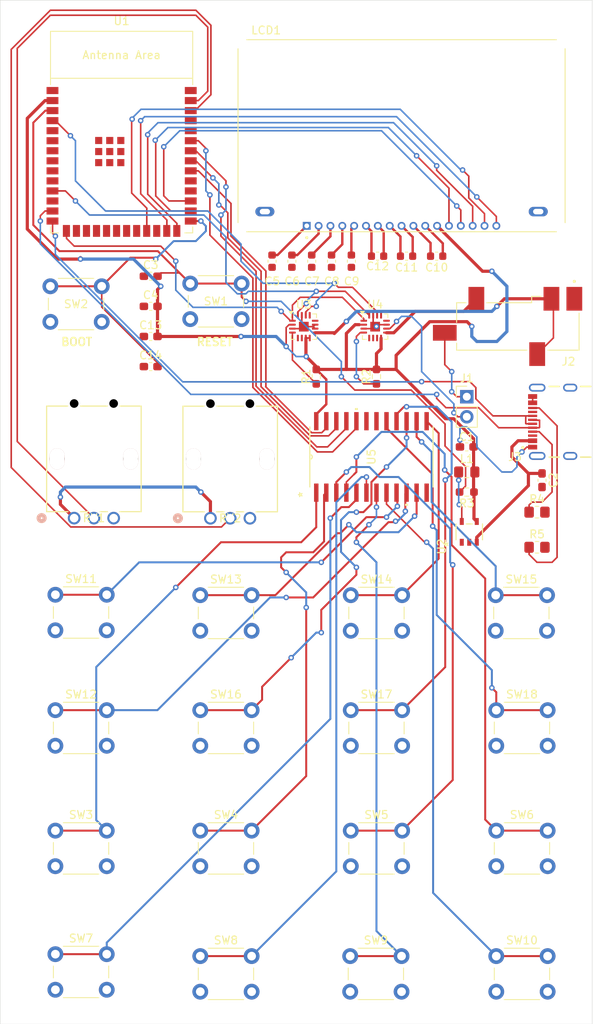
<source format=kicad_pcb>
(kicad_pcb (version 20240108) (generator "pcbnew") (generator_version "8.0")
  (layers (0 "F.Cu" signal) (31 "B.Cu" signal) (34 "B.Paste" user) (35 "F.Paste" user) (36 "B.SilkS" user "B.Silkscreen") (37 "F.SilkS" user "F.Silkscreen") (38 "B.Mask" user) (39 "F.Mask" user) (44 "Edge.Cuts" user))
  (net 0 "")
  (net 1 "GND")
  (net 2 "+3V3")
  (net 3 "+5V")
  (net 4 "Net-(U1-EN)")
  (net 5 "Net-(LCD1-V0)")
  (net 6 "Net-(LCD1-V1)")
  (net 7 "Net-(LCD1-V2)")
  (net 8 "Net-(LCD1-V3)")
  (net 9 "Net-(LCD1-V4)")
  (net 10 "Net-(LCD1-VOUT)")
  (net 11 "Net-(LCD1-C1+)")
  (net 12 "Net-(LCD1-C1-)")
  (net 13 "Net-(LCD1-C2+)")
  (net 14 "Net-(LCD1-C2-)")
  (net 15 "Net-(U1-GPIO0)")
  (net 16 "Net-(J1-Pin_2)")
  (net 17 "Net-(J1-Pin_1)")
  (net 18 "Net-(U3-OUTP)")
  (net 19 "Net-(U4-OUTP)")
  (net 21 "Net-(J3-CC1)")
  (net 22 "/USB.D+")
  (net 23 "/USB.D-")
  (net 24 "Net-(J3-CC2)")
  (net 26 "Net-(U2-LX)")
  (net 27 "/LCD.RST")
  (net 30 "/LCD.CS1")
  (net 31 "/LCD.SI")
  (net 32 "/LCD.SCL")
  (net 33 "Net-(U3-~{SD_MODE})")
  (net 34 "Net-(U4-~{SD_MODE})")
  (net 35 "/RV1")
  (net 36 "/3V3")
  (net 37 "/RV2")
  (net 38 "/S1")
  (net 39 "/S2")
  (net 40 "/S3")
  (net 41 "/S4")
  (net 42 "/S5")
  (net 43 "/S6")
  (net 44 "/S7")
  (net 45 "/S8")
  (net 46 "/S9")
  (net 47 "/S10")
  (net 48 "/S11")
  (net 49 "/S12")
  (net 50 "/S13")
  (net 51 "/S14")
  (net 52 "/S15")
  (net 53 "/S16")
  (net 58 "/BTND2")
  (net 61 "/LCD.A0")
  (net 64 "/AUDIO.LRCLK")
  (net 68 "/BTND0")
  (net 76 "/AUDIO.DIN")
  (net 77 "/BTND3")
  (net 78 "/AUDIO.BCLK")
  (net 79 "/BTND1")
  (footprint "Button_Switch_THT:SW_PUSH_6mm_H5mm" (layer "F.Cu") (at 189.79 119.035)
    (property "Reference" "SW17")
    (property "Value" "SW_Push")
  )
  (footprint "Button_Switch_THT:SW_PUSH_6mm_H5mm" (layer "F.Cu") (at 189.715 150.15)
    (property "Reference" "SW9")
    (property "Value" "SW_Push")
  )
  (footprint "SC189ZSKTRT:SOT23-5-SC189_SEM" (layer "F.Cu") (at 204.785001 96.47555 90)
    (property "Reference" "U2")
    (property "Value" "SC189ZSKTRT")
  )
  (footprint "Inductor_SMD:L_0805_2012Metric_Pad1.15x1.40mm_HandSolder" (layer "F.Cu") (at 204.47 88.9)
    (property "Reference" "L1")
    (property "Value" "1µH")
  )
  (footprint "Capacitor_SMD:C_0603_1608Metric" (layer "F.Cu") (at 189.865 62.23 90)
    (property "Reference" "C9")
    (property "Value" "1µF")
  )
  (footprint "Resistor_SMD:R_0805_2012Metric_Pad1.20x1.40mm_HandSolder" (layer "F.Cu") (at 213.36 98.425)
    (property "Reference" "R5")
    (property "Value" "5.1k")
  )
  (footprint "DISPLAY-NHD_C12832A1Z_FSW_FBW_3V3:LCD_NHD-C12832A1Z-FSW-FBW-3V3" (layer "F.Cu") (at 196.215 46.355)
    (property "Reference" "LCD1")
    (property "Value" "NHD-C12832A1Z-FSW-FBW-3V3")
  )
  (footprint "Capacitor_SMD:C_0603_1608Metric_Pad1.08x0.95mm_HandSolder" (layer "F.Cu") (at 164.465 64.135)
    (property "Reference" "C3")
    (property "Value" ".1µF")
  )
  (footprint "POT_PRS11R-415F-S103B1:POT_PRS11R-4-S_BRN" (layer "F.Cu") (at 154.775001 94.7363)
    (property "Reference" "RV1")
    (property "Value" "R_Potentiometer")
    (fp_line (start -2.149998 -7.1063) (end -2.149998 -7.8937) (stroke (width 1.905)) (layer "Edge.Cuts"))
    (fp_line (start 7.149999 -7.1063) (end 7.149999 -7.8937) (stroke (width 1.905)) (layer "Edge.Cuts"))
  )
  (footprint "Capacitor_SMD:C_0603_1608Metric_Pad1.08x0.95mm_HandSolder" (layer "F.Cu") (at 164.465 67.945)
    (property "Reference" "C4")
    (property "Value" "1µF")
  )
  (footprint "Button_Switch_THT:SW_PUSH_6mm_H5mm" (layer "F.Cu") (at 152.4 119.035)
    (property "Reference" "SW12")
    (property "Value" "SW_Push")
  )
  (footprint "Connector_PinHeader_2.54mm:PinHeader_1x02_P2.54mm_Vertical" (layer "F.Cu") (at 204.47 79.375)
    (property "Reference" "J1")
    (property "Value" "Conn_01x02")
  )
  (footprint "Capacitor_SMD:C_0603_1608Metric_Pad1.08x0.95mm_HandSolder" (layer "F.Cu") (at 204.47 85.725 180)
    (property "Reference" "C1")
    (property "Value" "22µF")
  )
  (footprint "Capacitor_SMD:C_0603_1608Metric" (layer "F.Cu") (at 187.355 62.23 90)
    (property "Reference" "C8")
    (property "Value" "1µF")
  )
  (footprint "Button_Switch_THT:SW_PUSH_6mm_H5mm" (layer "F.Cu") (at 189.79 134.275)
    (property "Reference" "SW5")
    (property "Value" "SW_Push")
  )
  (footprint "Capacitor_SMD:C_0603_1608Metric_Pad1.08x0.95mm_HandSolder" (layer "F.Cu") (at 164.465 75.565)
    (property "Reference" "C14")
    (property "Value" ".1µF")
  )
  (footprint "Capacitor_SMD:C_0603_1608Metric_Pad1.08x0.95mm_HandSolder" (layer "F.Cu") (at 213.995 89.9425 -90)
    (property "Reference" "C2")
    (property "Value" "10µF")
  )
  (footprint "Button_Switch_THT:SW_PUSH_6mm_H5mm" (layer "F.Cu") (at 189.79 104.485)
    (property "Reference" "SW14")
    (property "Value" "SW_Push")
  )
  (footprint "Package_DFN_QFN:TQFN-16-1EP_3x3mm_P0.5mm_EP1.23x1.23mm" (layer "F.Cu") (at 183.84 70.5125)
    (property "Reference" "U3")
    (property "Value" "MAX98357A")
  )
  (footprint "Button_Switch_THT:SW_PUSH_6mm_H5mm" (layer "F.Cu") (at 152.4 134.275)
    (property "Reference" "SW3")
    (property "Value" "SW_Push")
  )
  (footprint "Button_Switch_THT:SW_PUSH_6mm_H5mm" (layer "F.Cu") (at 151.765 65.405)
    (property "Reference" "SW2")
    (property "Value" "Boot")
  )
  (footprint "Resistor_SMD:R_0603_1608Metric_Pad0.98x0.95mm_HandSolder" (layer "F.Cu") (at 204.47 91.44 180)
    (property "Reference" "R3")
    (property "Value" "10k")
  )
  (footprint "Button_Switch_THT:SW_PUSH_6mm_H5mm" (layer "F.Cu") (at 170.74 104.485)
    (property "Reference" "SW13")
    (property "Value" "SW_Push")
  )
  (footprint "Button_Switch_THT:SW_PUSH_6mm_H5mm" (layer "F.Cu") (at 208.205 119.035)
    (property "Reference" "SW18")
    (property "Value" "SW_Push")
  )
  (footprint "PCM_Espressif:ESP32-S2-SOLO" (layer "F.Cu") (at 160.782 48.9)
    (property "Reference" "U1")
    (property "Value" "ESP32-S2-SOLO")
  )
  (footprint "JACK-3.5mm_SJ_43515TS_SMT_TR:CUI_SJ-43515TS-SMT-TR" (layer "F.Cu") (at 218.085 66.985 180)
    (property "Reference" "J2")
    (property "Value" "SJ-43515TS-SMT-TR")
  )
  (footprint "Button_Switch_THT:SW_PUSH_6mm_H5mm" (layer "F.Cu") (at 152.4 149.905)
    (property "Reference" "SW7")
    (property "Value" "SW_Push")
  )
  (footprint "Capacitor_SMD:C_0603_1608Metric" (layer "F.Cu") (at 179.825 62.23 90)
    (property "Reference" "C5")
    (property "Value" "1µF")
  )
  (footprint "Button_Switch_THT:SW_PUSH_6mm_H5mm" (layer "F.Cu") (at 170.74 150.15)
    (property "Reference" "SW8")
    (property "Value" "SW_Push")
  )
  (footprint "Resistor_SMD:R_0603_1608Metric_Pad0.98x0.95mm_HandSolder" (layer "F.Cu") (at 185.42 76.835 -90)
    (property "Reference" "R1")
    (property "Value" "634k")
  )
  (footprint "Capacitor_SMD:C_0603_1608Metric" (layer "F.Cu") (at 184.845 62.23 90)
    (property "Reference" "C7")
    (property "Value" "1µF")
  )
  (footprint "Button_Switch_THT:SW_PUSH_6mm_H5mm" (layer "F.Cu") (at 175.97 69.56 180)
    (property "Reference" "SW1")
    (property "Value" "Reset")
  )
  (footprint "Button_Switch_THT:SW_PUSH_6mm_H5mm" (layer "F.Cu") (at 170.74 119.035)
    (property "Reference" "SW16")
    (property "Value" "SW_Push")
  )
  (footprint "USB4105-GF-A:GCT_USB4105-GF-A" (layer "F.Cu") (at 217.5625 82.55 90)
    (property "Reference" "J3")
    (property "Value" "USB_C_Receptacle_USB2.0_16P")
  )
  (footprint "Button_Switch_THT:SW_PUSH_6mm_H5mm" (layer "F.Cu") (at 208.205 150.15)
    (property "Reference" "SW10")
    (property "Value" "SW_Push")
  )
  (footprint "Resistor_SMD:R_0603_1608Metric_Pad0.98x0.95mm_HandSolder" (layer "F.Cu") (at 193.04 76.835 -90)
    (property "Reference" "R2")
    (property "Value" "634k")
  )
  (footprint "Capacitor_SMD:C_0603_1608Metric" (layer "F.Cu") (at 193.18 61.595)
    (property "Reference" "C12")
    (property "Value" "1µF")
  )
  (footprint "Button_Switch_THT:SW_PUSH_6mm_H5mm" (layer "F.Cu") (at 208.13 104.485)
    (property "Reference" "SW15")
    (property "Value" "SW_Push")
  )
  (footprint "Capacitor_SMD:C_0603_1608Metric" (layer "F.Cu") (at 196.85 61.595 180)
    (property "Reference" "C11")
    (property "Value" "1µF")
  )
  (footprint "Capacitor_SMD:C_0603_1608Metric_Pad1.08x0.95mm_HandSolder" (layer "F.Cu") (at 164.465 71.755)
    (property "Reference" "C13")
    (property "Value" ".1µF")
  )
  (footprint "MUX_CD74HC154M96:DW24" (layer "F.Cu") (at 192.405 86.995 90)
    (property "Reference" "U5")
    (property "Value" "CD74HC154M96")
  )
  (footprint "Capacitor_SMD:C_0603_1608Metric" (layer "F.Cu") (at 200.66 61.595 180)
    (property "Reference" "C10")
    (property "Value" "1µF")
  )
  (footprint "Button_Switch_THT:SW_PUSH_6mm_H5mm" (layer "F.Cu") (at 208.205 134.275)
    (property "Reference" "SW6")
    (property "Value" "SW_Push")
  )
  (footprint "Resistor_SMD:R_0805_2012Metric_Pad1.20x1.40mm_HandSolder" (layer "F.Cu") (at 213.36 93.98)
    (property "Reference" "R4")
    (property "Value" "5.1k")
  )
  (footprint "Button_Switch_THT:SW_PUSH_6mm_H5mm" (layer "F.Cu") (at 170.74 134.275)
    (property "Reference" "SW4")
    (property "Value" "SW_Push")
  )
  (footprint "Button_Switch_THT:SW_PUSH_6mm_H5mm" (layer "F.Cu") (at 152.4 104.43)
    (property "Reference" "SW11")
    (property "Value" "SW_Push")
  )
  (footprint "Package_DFN_QFN:TQFN-16-1EP_3x3mm_P0.5mm_EP1.23x1.23mm" (layer "F.Cu") (at 192.8725 70.5125)
    (property "Reference" "U4")
    (property "Value" "MAX98357A")
  )
  (footprint "POT_PRS11R-415F-S103B1:POT_PRS11R-4-S_BRN" (layer "F.Cu") (at 172.0234 94.753049)
    (property "Reference" "RV2")
    (property "Value" "R_Potentiometer")
    (fp_line (start -2.149998 -7.1063) (end -2.149998 -7.8937) (stroke (width 1.905)) (layer "Edge.Cuts"))
    (fp_line (start 7.149999 -7.1063) (end 7.149999 -7.8937) (stroke (width 1.905)) (layer "Edge.Cuts"))
  )
  (footprint "Capacitor_SMD:C_0603_1608Metric" (layer "F.Cu") (at 182.335 62.23 90)
    (property "Reference" "C6")
    (property "Value" "1µF")
  )
  (gr_line (start 220.345 158.75) (end 145.415 158.75) (stroke (width 0.05)) (layer "Edge.Cuts"))
  (gr_line (start 145.415 158.75) (end 145.415 29.21) (stroke (width 0.05)) (layer "Edge.Cuts"))
  (gr_line (start 145.415 29.21) (end 220.345 29.21) (stroke (width 0.05)) (layer "Edge.Cuts"))
  (gr_line (start 220.345 29.21) (end 220.345 158.75) (stroke (width 0.05)) (layer "Edge.Cuts"))
  (segment (start 212.8075 80.15) (end 212.8075 79.35) (width 0.2) (layer "F.Cu") (net 0))
  (segment (start 183.59 70.2625) (end 183.59 69.075) (width 0.2) (layer "F.Cu") (net 1))
  (segment (start 192.9 70.485) (end 192.8725 70.5125) (width 0.2) (layer "F.Cu") (net 1))
  (segment (start 191.435 70.7625) (end 192.6225 70.7625) (width 0.2) (layer "F.Cu") (net 1))
  (segment (start 192.6225 70.2625) (end 192.8725 70.5125) (width 0.2) (layer "F.Cu") (net 1))
  (segment (start 212.065 85.75) (end 211.455 86.36) (width 0.2) (layer "F.Cu") (net 1))
  (segment (start 194.31 70.2625) (end 193.1225 70.2625) (width 0.2) (layer "F.Cu") (net 1))
  (segment (start 201.435 59.975) (end 199.215 57.755) (width 0.3) (layer "F.Cu") (net 1))
  (segment (start 193.04 70.485) (end 192.9 70.485) (width 0.2) (layer "F.Cu") (net 1))
  (segment (start 192.6225 70.7625) (end 192.8725 70.5125) (width 0.2) (layer "F.Cu") (net 1))
  (segment (start 193.04 70.345) (end 193.04 70.485) (width 0.2) (layer "F.Cu") (net 1))
  (segment (start 183.84 70.5125) (end 183.59 70.7625) (width 0.2) (layer "F.Cu") (net 1))
  (segment (start 201.435 61.595) (end 201.435 59.975) (width 0.3) (layer "F.Cu") (net 1))
  (segment (start 203.6075 84.8625) (end 203.6075 85.725) (width 0.2) (layer "F.Cu") (net 1))
  (segment (start 183.84 70.5125) (end 183.59 70.2625) (width 0.2) (layer "F.Cu") (net 1))
  (segment (start 185.0275 70.5125) (end 185.2775 70.7625) (width 0.2) (layer "F.Cu") (net 1))
  (segment (start 183.59 70.7625) (end 182.4025 70.7625) (width 0.2) (layer "F.Cu") (net 1))
  (segment (start 212.8075 85.75) (end 212.065 85.75) (width 0.2) (layer "F.Cu") (net 1))
  (segment (start 192.6225 69.075) (end 192.6225 70.2625) (width 0.2) (layer "F.Cu") (net 1))
  (segment (start 185.2775 70.2625) (end 185.0275 70.5125) (width 0.2) (layer "F.Cu") (net 1))
  (segment (start 193.1225 70.2625) (end 193.04 70.345) (width 0.2) (layer "F.Cu") (net 1))
  (segment (start 185.0275 70.5125) (end 183.84 70.5125) (width 0.2) (layer "F.Cu") (net 1))
  (via (at 211.455 86.36) (size 0.7) (drill 0.35) (layers "F.Cu" "B.Cu") (net 1))
  (via (at 193.04 70.485) (size 0.7) (drill 0.35) (layers "F.Cu" "B.Cu") (net 1))
  (via (at 203.6075 84.8625) (size 0.7) (drill 0.35) (layers "F.Cu" "B.Cu") (net 1))
  (segment (start 204.47 83.185) (end 205.74 84.455) (width 0.2) (layer "B.Cu") (net 1))
  (segment (start 205.74 84.455) (end 205.74 85.725) (width 0.2) (layer "B.Cu") (net 1))
  (segment (start 208.915 88.9) (end 210.185 88.9) (width 0.2) (layer "B.Cu") (net 1))
  (segment (start 205.74 85.725) (end 208.915 88.9) (width 0.2) (layer "B.Cu") (net 1))
  (segment (start 210.82 86.995) (end 211.455 86.36) (width 0.2) (layer "B.Cu") (net 1))
  (segment (start 210.185 88.9) (end 210.82 88.265) (width 0.2) (layer "B.Cu") (net 1))
  (segment (start 203.6075 84.8625) (end 203.6075 83.4125) (width 0.2) (layer "B.Cu") (net 1))
  (segment (start 203.6075 83.4125) (end 203.835 83.185) (width 0.2) (layer "B.Cu") (net 1))
  (segment (start 203.835 83.185) (end 204.47 83.185) (width 0.2) (layer "B.Cu") (net 1))
  (segment (start 210.82 88.265) (end 210.82 86.995) (width 0.2) (layer "B.Cu") (net 1))
  (segment (start 185.42 81.5975) (end 186.69 80.3275) (width 0.3) (layer "F.Cu") (net 2))
  (segment (start 181.975614 70.2625) (end 181.61 70.628114) (width 0.2) (layer "F.Cu") (net 2))
  (segment (start 148.844 44.161) (end 151.095 41.91) (width 0.4) (layer "F.Cu") (net 2))
  (segment (start 195.53 75.9225) (end 193.04 75.9225) (width 0.4) (layer "F.Cu") (net 2))
  (segment (start 193.6225 73.3315) (end 193.6225 71.95) (width 0.4) (layer "F.Cu") (net 2))
  (segment (start 165.735 65.405) (end 165.3275 65.8125) (width 0.4) (layer "F.Cu") (net 2))
  (segment (start 182.4025 70.2625) (end 181.975614 70.2625) (width 0.2) (layer "F.Cu") (net 2))
  (segment (start 185.42 75.9225) (end 185.42 75.565) (width 0.4) (layer "F.Cu") (net 2))
  (segment (start 199.785 69.885) (end 204.505 69.885) (width 0.4) (layer "F.Cu") (net 2))
  (segment (start 148.844 58.166) (end 148.844 44.161) (width 0.4) (layer "F.Cu") (net 2))
  (segment (start 190.3415 70.2625) (end 190.866694 70.2625) (width 0.4) (layer "F.Cu") (net 2))
  (segment (start 204.505 69.885) (end 205.105 70.485) (width 0.4) (layer "F.Cu") (net 2))
  (segment (start 152.642 61.964) (end 148.844 58.166) (width 0.4) (layer "F.Cu") (net 2))
  (segment (start 165.3275 71.755) (end 165.3275 67.945) (width 0.4) (layer "F.Cu") (net 2))
  (segment (start 186.69 77.1925) (end 185.42 75.9225) (width 0.3) (layer "F.Cu") (net 2))
  (segment (start 190.3415 70.2625) (end 189.23 71.374) (width 0.4) (layer "F.Cu") (net 2))
  (segment (start 205.3325 84.6825) (end 202.815 82.165) (width 0.4) (layer "F.Cu") (net 2))
  (segment (start 205.3825 91.44) (end 205.3825 94.808598) (width 0.4) (layer "F.Cu") (net 2))
  (segment (start 201.7725 82.165) (end 195.53 75.9225) (width 0.4) (layer "F.Cu") (net 2))
  (segment (start 195.53 74.14) (end 199.785 69.885) (width 0.4) (layer "F.Cu") (net 2))
  (segment (start 195.53 75.9225) (end 195.53 74.14) (width 0.4) (layer "F.Cu") (net 2))
  (segment (start 189.23 75.9225) (end 185.42 75.9225) (width 0.4) (layer "F.Cu") (net 2))
  (segment (start 151.095 41.91) (end 152.045 41.91) (width 0.4) (layer "F.Cu") (net 2))
  (segment (start 205.3825 94.808598) (end 205.735002 95.1611) (width 0.4) (layer "F.Cu") (net 2))
  (segment (start 155.575 61.764) (end 155.575 61.964) (width 0.4) (layer "F.Cu") (net 2))
  (segment (start 202.815 82.165) (end 201.7725 82.165) (width 0.4) (layer "F.Cu") (net 2))
  (segment (start 205.3325 85.725) (end 205.3325 91.39) (width 0.4) (layer "F.Cu") (net 2))
  (segment (start 193.04 73.914) (end 193.6225 73.3315) (width 0.4) (layer "F.Cu") (net 2))
  (segment (start 185.42 75.565) (end 184.115 74.26) (width 0.4) (layer "F.Cu") (net 2))
  (segment (start 165.3275 71.755) (end 175.895 71.755) (width 0.4) (layer "F.Cu") (net 2))
  (segment (start 181.61 70.628114) (end 181.61 73.025) (width 0.2) (layer "F.Cu") (net 2))
  (segment (start 185.42 82.4738) (end 185.42 81.5975) (width 0.2) (layer "F.Cu") (net 2))
  (segment (start 193.1225 75.84) (end 193.04 75.9225) (width 0.4) (layer "F.Cu") (net 2))
  (segment (start 184.59 71.95) (end 184.09 71.95) (width 0.2) (layer "F.Cu") (net 2))
  (segment (start 206.46 63.5) (end 200.715 57.755) (width 0.4) (layer "F.Cu") (net 2))
  (segment (start 193.04 75.9225) (end 189.23 75.9225) (width 0.4) (layer "F.Cu") (net 2))
  (segment (start 186.69 80.3275) (end 186.69 77.1925) (width 0.3) (layer "F.Cu") (net 2))
  (segment (start 207.645 63.5) (end 206.46 63.5) (width 0.4) (layer "F.Cu") (net 2))
  (segment (start 155.575 61.964) (end 152.642 61.964) (width 0.4) (layer "F.Cu") (net 2))
  (segment (start 193.04 75.9225) (end 193.04 73.914) (width 0.4) (layer "F.Cu") (net 2))
  (segment (start 165.3275 65.8125) (end 165.3275 67.945) (width 0.4) (layer "F.Cu") (net 2))
  (segment (start 205.3325 85.725) (end 205.3325 84.6825) (width 0.4) (layer "F.Cu") (net 2))
  (segment (start 189.23 71.374) (end 189.23 75.9225) (width 0.4) (layer "F.Cu") (net 2))
  (segment (start 184.115 74.26) (end 184.115 71.95) (width 0.4) (layer "F.Cu") (net 2))
  (segment (start 205.3325 91.39) (end 205.3825 91.44) (width 0.4) (layer "F.Cu") (net 2))
  (via (at 155.575 61.964) (size 0.7) (drill 0.35) (layers "F.Cu" "B.Cu") (net 2))
  (via (at 175.895 71.755) (size 0.7) (drill 0.35) (layers "F.Cu" "B.Cu") (net 2))
  (via (at 207.645 63.5) (size 0.7) (drill 0.35) (layers "F.Cu" "B.Cu") (net 2))
  (via (at 181.61 73.025) (size 0.7) (drill 0.35) (layers "F.Cu" "B.Cu") (net 2))
  (via (at 184.15 74.295) (size 0.7) (drill 0.35) (layers "F.Cu" "B.Cu") (net 2))
  (via (at 165.735 65.405) (size 0.7) (drill 0.35) (layers "F.Cu" "B.Cu") (net 2))
  (via (at 205.105 70.485) (size 0.7) (drill 0.35) (layers "F.Cu" "B.Cu") (net 2))
  (segment (start 180.34 71.755) (end 181.61 73.025) (width 0.4) (layer "B.Cu") (net 2))
  (segment (start 205.105 70.485) (end 205.105 71.755) (width 0.4) (layer "B.Cu") (net 2))
  (segment (start 155.575 61.964) (end 162.294 61.964) (width 0.4) (layer "B.Cu") (net 2))
  (segment (start 162.294 61.964) (end 165.735 65.405) (width 0.4) (layer "B.Cu") (net 2))
  (segment (start 205.105 71.755) (end 205.74 72.39) (width 0.4) (layer "B.Cu") (net 2))
  (segment (start 208.28 72.39) (end 209.55 71.12) (width 0.4) (layer "B.Cu") (net 2))
  (segment (start 181.61 73.025) (end 182.88 74.295) (width 0.2) (layer "B.Cu") (net 2))
  (segment (start 205.74 72.39) (end 208.28 72.39) (width 0.4) (layer "B.Cu") (net 2))
  (segment (start 209.55 71.12) (end 209.55 65.405) (width 0.4) (layer "B.Cu") (net 2))
  (segment (start 182.88 74.295) (end 184.15 74.295) (width 0.2) (layer "B.Cu") (net 2))
  (segment (start 175.895 71.755) (end 180.34 71.755) (width 0.4) (layer "B.Cu") (net 2))
  (segment (start 209.55 65.405) (end 207.645 63.5) (width 0.4) (layer "B.Cu") (net 2))
  (segment (start 205.735002 97.79) (end 205.735002 97.159998) (width 0.4) (layer "F.Cu") (net 3))
  (segment (start 212.8075 84.95) (end 210.96 84.95) (width 0.4) (layer "F.Cu") (net 3))
  (segment (start 210.185 86.995) (end 212.27 89.08) (width 0.4) (layer "F.Cu") (net 3))
  (segment (start 205.735002 97.159998) (end 212.27 90.625) (width 0.4) (layer "F.Cu") (net 3))
  (segment (start 210.185 85.725) (end 210.185 86.995) (width 0.4) (layer "F.Cu") (net 3))
  (segment (start 212.27 90.625) (end 212.27 89.08) (width 0.4) (layer "F.Cu") (net 3))
  (segment (start 212.27 89.08) (end 213.995 89.08) (width 0.4) (layer "F.Cu") (net 3))
  (segment (start 210.96 84.95) (end 210.185 85.725) (width 0.4) (layer "F.Cu") (net 3))
  (segment (start 151.13 43.18) (end 149.606 44.704) (width 0.25) (layer "F.Cu") (net 4))
  (segment (start 169.47 65.06) (end 175.97 65.06) (width 0.25) (layer "F.Cu") (net 4))
  (segment (start 201.72 82.819606) (end 197.435394 78.535) (width 0.2) (layer "F.Cu") (net 4))
  (segment (start 197.435394 78.535) (end 190.295 78.535) (width 0.2) (layer "F.Cu") (net 4))
  (segment (start 175.97 65.06) (end 175.97 66.75) (width 0.25) (layer "F.Cu") (net 4))
  (segment (start 165.3275 64.135) (end 165.75 63.7125) (width 0.2) (layer "F.Cu") (net 4))
  (segment (start 175.97 66.75) (end 176.53 67.31) (width 0.25) (layer "F.Cu") (net 4))
  (segment (start 149.606 57.658) (end 152.908 60.96) (width 0.25) (layer "F.Cu") (net 4))
  (segment (start 203.5575 91.44) (end 204.32 90.6775) (width 0.2) (layer "F.Cu") (net 4))
  (segment (start 165.75 63.7125) (end 168.1225 63.7125) (width 0.2) (layer "F.Cu") (net 4))
  (segment (start 149.606 44.704) (end 149.606 57.658) (width 0.25) (layer "F.Cu") (net 4))
  (segment (start 152.045 43.18) (end 151.13 43.18) (width 0.25) (layer "F.Cu") (net 4))
  (segment (start 201.72 85.615256) (end 201.72 82.819606) (width 0.2) (layer "F.Cu") (net 4))
  (segment (start 168.1225 63.7125) (end 169.47 65.06) (width 0.2) (layer "F.Cu") (net 4))
  (segment (start 152.908 60.96) (end 165.37 60.96) (width 0.25) (layer "F.Cu") (net 4))
  (segment (start 204.32 90.6775) (end 204.32 88.215256) (width 0.2) (layer "F.Cu") (net 4))
  (segment (start 190.295 78.535) (end 188.595 76.835) (width 0.2) (layer "F.Cu") (net 4))
  (segment (start 204.32 88.215256) (end 201.72 85.615256) (width 0.2) (layer "F.Cu") (net 4))
  (segment (start 165.37 60.96) (end 169.47 65.06) (width 0.25) (layer "F.Cu") (net 4))
  (via (at 176.53 67.31) (size 0.7) (drill 0.35) (layers "F.Cu" "B.Cu") (net 4))
  (via (at 188.595 76.835) (size 0.7) (drill 0.35) (layers "F.Cu" "B.Cu") (net 4))
  (segment (start 188.595 76.835) (end 188.595 74.93) (width 0.2) (layer "B.Cu") (net 4))
  (segment (start 180.975 67.31) (end 176.53 67.31) (width 0.2) (layer "B.Cu") (net 4))
  (segment (start 188.595 74.93) (end 180.975 67.31) (width 0.2) (layer "B.Cu") (net 4))
  (segment (start 179.825 61.455) (end 180.515 61.455) (width 0.3) (layer "F.Cu") (net 5))
  (segment (start 180.515 61.455) (end 184.215 57.755) (width 0.3) (layer "F.Cu") (net 5))
  (segment (start 185.715 58.76) (end 185.715 57.755) (width 0.3) (layer "F.Cu") (net 6))
  (segment (start 182.335 61.455) (end 183.02 61.455) (width 0.3) (layer "F.Cu") (net 6))
  (segment (start 183.02 61.455) (end 185.715 58.76) (width 0.3) (layer "F.Cu") (net 6))
  (segment (start 187.215 59.085) (end 187.215 57.755) (width 0.3) (layer "F.Cu") (net 7))
  (segment (start 184.845 61.455) (end 187.215 59.085) (width 0.3) (layer "F.Cu") (net 7))
  (segment (start 188.715 60.095) (end 188.715 57.755) (width 0.3) (layer "F.Cu") (net 8))
  (segment (start 187.355 61.455) (end 188.715 60.095) (width 0.3) (layer "F.Cu") (net 8))
  (segment (start 189.865 58.105) (end 190.215 57.755) (width 0.3) (layer "F.Cu") (net 9))
  (segment (start 189.865 61.455) (end 189.865 58.105) (width 0.3) (layer "F.Cu") (net 9))
  (segment (start 199.885 61.595) (end 199.885 59.925) (width 0.3) (layer "F.Cu") (net 10))
  (segment (start 199.885 59.925) (end 197.715 57.755) (width 0.3) (layer "F.Cu") (net 10))
  (segment (start 196.075 59.115) (end 194.715 57.755) (width 0.3) (layer "F.Cu") (net 11))
  (segment (start 196.075 61.595) (end 196.075 59.115) (width 0.3) (layer "F.Cu") (net 11))
  (segment (start 197.625 59.165) (end 196.215 57.755) (width 0.3) (layer "F.Cu") (net 12))
  (segment (start 197.625 61.595) (end 197.625 59.165) (width 0.3) (layer "F.Cu") (net 12))
  (segment (start 193.955 58.495) (end 193.215 57.755) (width 0.3) (layer "F.Cu") (net 13))
  (segment (start 193.955 61.595) (end 193.955 58.495) (width 0.3) (layer "F.Cu") (net 13))
  (segment (start 192.405 58.445) (end 191.715 57.755) (width 0.3) (layer "F.Cu") (net 14))
  (segment (start 192.405 61.595) (end 192.405 58.445) (width 0.3) (layer "F.Cu") (net 14))
  (segment (start 170.815 57.15) (end 169.532 57.15) (width 0.25) (layer "F.Cu") (net 15))
  (segment (start 151.765 65.405) (end 158.265 65.405) (width 0.25) (layer "F.Cu") (net 15))
  (segment (start 161.881 61.789) (end 165.1 61.789) (width 0.25) (layer "F.Cu") (net 15))
  (segment (start 165.1 61.789) (end 165.1 61.964) (width 0.25) (layer "F.Cu") (net 15))
  (segment (start 158.265 65.405) (end 161.881 61.789) (width 0.25) (layer "F.Cu") (net 15))
  (segment (start 165.3275 75.09) (end 158.265 68.0275) (width 0.2) (layer "F.Cu") (net 15))
  (segment (start 165.3275 75.565) (end 165.3275 75.09) (width 0.2) (layer "F.Cu") (net 15))
  (segment (start 158.265 68.0275) (end 158.265 65.405) (width 0.2) (layer "F.Cu") (net 15))
  (via (at 170.815 57.15) (size 0.7) (drill 0.35) (layers "F.Cu" "B.Cu") (net 15))
  (via (at 165.1 61.964) (size 0.7) (drill 0.35) (layers "F.Cu" "B.Cu") (net 15))
  (segment (start 170.18 59.69) (end 171.45 58.42) (width 0.25) (layer "B.Cu") (net 15))
  (segment (start 167.374 59.69) (end 170.18 59.69) (width 0.25) (layer "B.Cu") (net 15))
  (segment (start 171.45 58.42) (end 171.45 57.785) (width 0.25) (layer "B.Cu") (net 15))
  (segment (start 171.45 57.785) (end 170.815 57.15) (width 0.25) (layer "B.Cu") (net 15))
  (segment (start 165.1 61.964) (end 167.374 59.69) (width 0.25) (layer "B.Cu") (net 15))
  (segment (start 195.58 69.919386) (end 195.58 69.85) (width 0.2) (layer "F.Cu") (net 16))
  (segment (start 194.31 70.7625) (end 194.736886 70.7625) (width 0.2) (layer "F.Cu") (net 16))
  (segment (start 194.736886 70.7625) (end 195.58 69.919386) (width 0.2) (layer "F.Cu") (net 16))
  (segment (start 203.34 81.915) (end 204.47 81.915) (width 0.2) (layer "F.Cu") (net 16))
  (segment (start 202.84 81.415) (end 203.34 81.915) (width 0.2) (layer "F.Cu") (net 16))
  (via (at 202.84 81.415) (size 0.7) (drill 0.35) (layers "F.Cu" "B.Cu") (net 16))
  (via (at 195.58 69.85) (size 0.7) (drill 0.35) (layers "F.Cu" "B.Cu") (net 16))
  (segment (start 202.84 80.285) (end 198.755 76.2) (width 0.2) (layer "B.Cu") (net 16))
  (segment (start 202.84 81.415) (end 202.84 80.285) (width 0.2) (layer "B.Cu") (net 16))
  (segment (start 197.485 69.215) (end 196.215 69.215) (width 0.2) (layer "B.Cu") (net 16))
  (segment (start 196.215 69.215) (end 195.58 69.85) (width 0.2) (layer "B.Cu") (net 16))
  (segment (start 198.755 76.2) (end 198.755 70.485) (width 0.2) (layer "B.Cu") (net 16))
  (segment (start 198.755 70.485) (end 197.485 69.215) (width 0.2) (layer "B.Cu") (net 16))
  (segment (start 204.47 79.375) (end 203.2 79.375) (width 0.2) (layer "F.Cu") (net 17))
  (segment (start 203.2 79.375) (end 202.565 78.74) (width 0.2) (layer "F.Cu") (net 17))
  (segment (start 201.685 75.32) (end 201.685 71.285) (width 0.2) (layer "F.Cu") (net 17))
  (segment (start 202.565 76.2) (end 201.685 75.32) (width 0.2) (layer "F.Cu") (net 17))
  (via (at 202.565 78.74) (size 0.7) (drill 0.35) (layers "F.Cu" "B.Cu") (net 17))
  (via (at 202.565 76.2) (size 0.7) (drill 0.35) (layers "F.Cu" "B.Cu") (net 17))
  (segment (start 202.565 76.2) (end 202.565 78.74) (width 0.2) (layer "B.Cu") (net 17))
  (segment (start 209.24 66.985) (end 208.28 67.945) (width 0.4) (layer "F.Cu") (net 18))
  (segment (start 215.4382 71.9318) (end 215.4382 67.2382) (width 0.2) (layer "F.Cu") (net 18))
  (segment (start 215.185 66.985) (end 209.24 66.985) (width 0.4) (layer "F.Cu") (net 18))
  (segment (start 187.6195 71.2875) (end 185.2775 71.2875) (width 0.4) (layer "F.Cu") (net 18))
  (segment (start 215.4382 67.2382) (end 215.185 66.985) (width 0.2) (layer "F.Cu") (net 18))
  (segment (start 189.23 69.85) (end 187.706 71.374) (width 0.4) (layer "F.Cu") (net 18))
  (segment (start 187.706 71.374) (end 187.6195 71.2875) (width 0.4) (layer "F.Cu") (net 18))
  (segment (start 213.385 73.985) (end 215.4382 71.9318) (width 0.2) (layer "F.Cu") (net 18))
  (via (at 208.28 67.945) (size 0.7) (drill 0.35) (layers "F.Cu" "B.Cu") (net 18))
  (via (at 189.23 69.85) (size 0.7) (drill 0.35) (layers "F.Cu" "B.Cu") (net 18))
  (segment (start 207.645 68.58) (end 208.28 67.945) (width 0.4) (layer "B.Cu") (net 18))
  (segment (start 189.23 69.85) (end 190.5 68.58) (width 0.4) (layer "B.Cu") (net 18))
  (segment (start 190.5 68.58) (end 207.645 68.58) (width 0.4) (layer "B.Cu") (net 18))
  (segment (start 195.2325 71.2875) (end 197.94 68.58) (width 0.4) (layer "F.Cu") (net 19))
  (segment (start 204.09 68.58) (end 205.685 66.985) (width 0.4) (layer "F.Cu") (net 19))
  (segment (start 194.31 71.2875) (end 195.2325 71.2875) (width 0.4) (layer "F.Cu") (net 19))
  (segment (start 197.94 68.58) (end 204.09 68.58) (width 0.4) (layer "F.Cu") (net 19))
  (segment (start 212.725 92.71) (end 213.995 92.71) (width 0.2) (layer "F.Cu") (net 21))
  (segment (start 215.265 85.4325) (end 213.6325 83.8) (width 0.2) (layer "F.Cu") (net 21))
  (segment (start 212.36 93.075) (end 212.725 92.71) (width 0.2) (layer "F.Cu") (net 21))
  (segment (start 212.36 93.98) (end 212.36 93.075) (width 0.2) (layer "F.Cu") (net 21))
  (segment (start 213.6325 83.8) (end 212.8075 83.8) (width 0.2) (layer "F.Cu") (net 21))
  (segment (start 215.265 91.44) (end 215.265 85.4325) (width 0.2) (layer "F.Cu") (net 21))
  (segment (start 213.995 92.71) (end 215.265 91.44) (width 0.2) (layer "F.Cu") (net 21))
  (segment (start 205.62 79.64) (end 205.62 78.225) (width 0.2) (layer "F.Cu") (net 22))
  (segment (start 205.62 78.225) (end 204.865 77.47) (width 0.2) (layer "F.Cu") (net 22))
  (segment (start 211.9325 81.85) (end 211.8825 81.8) (width 0.2) (layer "F.Cu") (net 22))
  (segment (start 212.8075 82.8) (end 211.9825 82.8) (width 0.2) (layer "F.Cu") (net 22))
  (segment (start 204.865 77.47) (end 198.755 77.47) (width 0.2) (layer "F.Cu") (net 22))
  (segment (start 211.8825 81.8) (end 207.78 81.8) (width 0.2) (layer "F.Cu") (net 22))
  (segment (start 211.9325 81.85) (end 211.9825 81.8) (width 0.2) (layer "F.Cu") (net 22))
  (segment (start 211.9825 82.8) (end 211.9325 82.75) (width 0.2) (layer "F.Cu") (net 22))
  (segment (start 211.9825 81.8) (end 212.8075 81.8) (width 0.2) (layer "F.Cu") (net 22))
  (segment (start 152.045 58.7) (end 152.4 59.055) (width 0.2) (layer "F.Cu") (net 22))
  (segment (start 207.78 81.8) (end 205.62 79.64) (width 0.2) (layer "F.Cu") (net 22))
  (segment (start 211.9325 82.75) (end 211.9325 81.85) (width 0.2) (layer "F.Cu") (net 22))
  (segment (start 152.045 57.15) (end 152.045 58.7) (width 0.2) (layer "F.Cu") (net 22))
  (via (at 152.4 59.055) (size 0.7) (drill 0.35) (layers "F.Cu" "B.Cu") (net 22))
  (via (at 198.755 77.47) (size 0.7) (drill 0.35) (layers "F.Cu" "B.Cu") (net 22))
  (segment (start 152.4 61.378478) (end 152.4 59.055) (width 0.2) (layer "B.Cu") (net 22))
  (segment (start 198.755 77.47) (end 198.728725 77.496275) (width 0.2) (layer "B.Cu") (net 22))
  (segment (start 198.728725 77.496275) (end 168.517797 77.496275) (width 0.2) (layer "B.Cu") (net 22))
  (segment (start 168.517797 77.496275) (end 152.4 61.378478) (width 0.2) (layer "B.Cu") (net 22))
  (segment (start 200.66 79.590394) (end 201.834606 80.765) (width 0.2) (layer "F.Cu") (net 23))
  (segment (start 150.495 56.48) (end 150.495 57.15) (width 0.2) (layer "F.Cu") (net 23))
  (segment (start 213.6325 83.3) (end 212.8075 83.3) (width 0.2) (layer "F.Cu") (net 23))
  (segment (start 212.8075 82.3) (end 212.8575 82.35) (width 0.2) (layer "F.Cu") (net 23))
  (segment (start 152.045 55.88) (end 151.095 55.88) (width 0.2) (layer "F.Cu") (net 23))
  (segment (start 151.095 55.88) (end 150.495 56.48) (width 0.2) (layer "F.Cu") (net 23))
  (segment (start 205.975 80.765) (end 208.51 83.3) (width 0.2) (layer "F.Cu") (net 23))
  (segment (start 200.66 79.083775) (end 200.66 79.590394) (width 0.2) (layer "F.Cu") (net 23))
  (segment (start 212.8575 82.35) (end 213.6825 82.35) (width 0.2) (layer "F.Cu") (net 23))
  (segment (start 201.834606 80.765) (end 205.975 80.765) (width 0.2) (layer "F.Cu") (net 23))
  (segment (start 213.6825 82.35) (end 213.6825 83.25) (width 0.2) (layer "F.Cu") (net 23))
  (segment (start 213.6825 83.25) (end 213.6325 83.3) (width 0.2) (layer "F.Cu") (net 23))
  (segment (start 208.51 83.3) (end 212.8075 83.3) (width 0.2) (layer "F.Cu") (net 23))
  (via (at 200.66 79.083775) (size 0.7) (drill 0.35) (layers "F.Cu" "B.Cu") (net 23))
  (via (at 150.495 57.15) (size 0.7) (drill 0.35) (layers "F.Cu" "B.Cu") (net 23))
  (segment (start 169.539612 79.083775) (end 150.495 60.039163) (width 0.2) (layer "B.Cu") (net 23))
  (segment (start 200.66 79.083775) (end 169.539612 79.083775) (width 0.2) (layer "B.Cu") (net 23))
  (segment (start 150.495 60.039163) (end 150.495 57.15) (width 0.2) (layer "B.Cu") (net 23))
  (segment (start 212.8075 80.8) (end 213.6325 80.8) (width 0.2) (layer "F.Cu") (net 24))
  (segment (start 213.36 100.33) (end 212.36 99.33) (width 0.2) (layer "F.Cu") (net 24))
  (segment (start 215.9 99.695) (end 215.265 100.33) (width 0.2) (layer "F.Cu") (net 24))
  (segment (start 212.36 99.33) (end 212.36 98.425) (width 0.2) (layer "F.Cu") (net 24))
  (segment (start 215.9 83.0675) (end 215.9 99.695) (width 0.2) (layer "F.Cu") (net 24))
  (segment (start 213.6325 80.8) (end 215.9 83.0675) (width 0.2) (layer "F.Cu") (net 24))
  (segment (start 215.265 100.33) (end 213.36 100.33) (width 0.2) (layer "F.Cu") (net 24))
  (segment (start 203.445 89.925) (end 203.445 88.9) (width 0.2) (layer "F.Cu") (net 26))
  (segment (start 203.5175 93.0275) (end 203.835 93.345) (width 0.2) (layer "F.Cu") (net 26))
  (segment (start 203.835 93.345) (end 203.835 95.1611) (width 0.2) (layer "F.Cu") (net 26))
  (via (at 203.445 89.925) (size 0.7) (drill 0.35) (layers "F.Cu" "B.Cu") (net 26))
  (via (at 203.5175 93.0275) (size 0.7) (drill 0.35) (layers "F.Cu" "B.Cu") (net 26))
  (segment (start 203.445 92.955) (end 203.445 89.925) (width 0.2) (layer "B.Cu") (net 26))
  (segment (start 203.5175 93.0275) (end 203.445 92.955) (width 0.2) (layer "B.Cu") (net 26))
  (segment (start 204.724 54.229) (end 206.715 56.22) (width 0.2) (layer "F.Cu") (net 27))
  (segment (start 162.052 44.323) (end 162.052 53.604686) (width 0.2) (layer "F.Cu") (net 27))
  (segment (start 206.715 56.22) (end 206.715 57.755) (width 0.2) (layer "F.Cu") (net 27))
  (segment (start 162.1155 44.2595) (end 162.052 44.323) (width 0.2) (layer "F.Cu") (net 27))
  (segment (start 162.052 53.604686) (end 163.97 55.522686) (width 0.2) (layer "F.Cu") (net 27))
  (segment (start 203.941765 50.693235) (end 204.724 51.47547) (width 0.2) (layer "F.Cu") (net 27))
  (segment (start 204.724 51.47547) (end 204.724 54.229) (width 0.2) (layer "F.Cu") (net 27))
  (segment (start 163.97 55.522686) (end 163.97 58.4) (width 0.2) (layer "F.Cu") (net 27))
  (via (at 203.941765 50.693235) (size 0.7) (drill 0.35) (layers "F.Cu" "B.Cu") (net 27))
  (via (at 162.1155 44.2595) (size 0.7) (drill 0.35) (layers "F.Cu" "B.Cu") (net 27))
  (segment (start 196.05 43.015) (end 203.835 50.8) (width 0.2) (layer "B.Cu") (net 27))
  (segment (start 163.233 43.015) (end 196.05 43.015) (width 0.2) (layer "B.Cu") (net 27))
  (segment (start 162.1155 44.2595) (end 162.1155 44.1325) (width 0.2) (layer "B.Cu") (net 27))
  (segment (start 162.1155 44.1325) (end 163.233 43.015) (width 0.2) (layer "B.Cu") (net 27))
  (segment (start 203.835 50.8) (end 203.941765 50.693235) (width 0.2) (layer "B.Cu") (net 27))
  (segment (start 163.195 53.701465) (end 163.195 44.45) (width 0.2) (layer "F.Cu") (net 30))
  (segment (start 166.51 58.4) (end 166.51 57.016465) (width 0.2) (layer "F.Cu") (net 30))
  (segment (start 208.215 56.577) (end 208.215 57.755) (width 0.2) (layer "F.Cu") (net 30))
  (segment (start 166.51 57.016465) (end 163.195 53.701465) (width 0.2) (layer "F.Cu") (net 30))
  (segment (start 205.74 54.102) (end 208.215 56.577) (width 0.2) (layer "F.Cu") (net 30))
  (via (at 205.74 54.102) (size 0.7) (drill 0.35) (layers "F.Cu" "B.Cu") (net 30))
  (via (at 163.195 44.45) (size 0.7) (drill 0.35) (layers "F.Cu" "B.Cu") (net 30))
  (segment (start 163.703 43.942) (end 163.195 44.45) (width 0.2) (layer "B.Cu") (net 30))
  (segment (start 195.58 43.942) (end 163.703 43.942) (width 0.2) (layer "B.Cu") (net 30))
  (segment (start 205.74 54.102) (end 195.58 43.942) (width 0.2) (layer "B.Cu") (net 30))
  (segment (start 165.1 46.99) (end 165.1 53.975) (width 0.2) (layer "F.Cu") (net 31))
  (segment (start 198.12 48.895) (end 202.215 52.99) (width 0.2) (layer "F.Cu") (net 31))
  (segment (start 165.1 53.975) (end 167.005 55.88) (width 0.2) (layer "F.Cu") (net 31))
  (segment (start 202.215 52.99) (end 202.215 57.755) (width 0.2) (layer "F.Cu") (net 31))
  (segment (start 167.005 55.88) (end 169.532 55.88) (width 0.2) (layer "F.Cu") (net 31))
  (segment (start 165.0365 46.9265) (end 165.1 46.99) (width 0.2) (layer "F.Cu") (net 31))
  (via (at 165.0365 46.9265) (size 0.7) (drill 0.35) (layers "F.Cu" "B.Cu") (net 31))
  (via (at 198.12 48.895) (size 0.7) (drill 0.35) (layers "F.Cu" "B.Cu") (net 31))
  (segment (start 194.545 45.32) (end 198.12 48.895) (width 0.2) (layer "B.Cu") (net 31))
  (segment (start 166.643 45.32) (end 194.545 45.32) (width 0.2) (layer "B.Cu") (net 31))
  (segment (start 165.0365 46.9265) (end 166.643 45.32) (width 0.2) (layer "B.Cu") (net 31))
  (segment (start 203.715 55.76) (end 203.715 57.755) (width 0.2) (layer "F.Cu") (net 32))
  (segment (start 166.116 53.956) (end 166.77 54.61) (width 0.2) (layer "F.Cu") (net 32))
  (segment (start 203.2 55.245) (end 203.715 55.76) (width 0.2) (layer "F.Cu") (net 32))
  (segment (start 166.77 54.61) (end 169.545 54.61) (width 0.2) (layer "F.Cu") (net 32))
  (segment (start 166.116 47.752) (end 166.116 53.956) (width 0.2) (layer "F.Cu") (net 32))
  (via (at 166.116 47.752) (size 0.7) (drill 0.35) (layers "F.Cu" "B.Cu") (net 32))
  (via (at 203.2 55.245) (size 0.7) (drill 0.35) (layers "F.Cu" "B.Cu") (net 32))
  (segment (start 193.675 45.72) (end 203.2 55.245) (width 0.2) (layer "B.Cu") (net 32))
  (segment (start 166.116 47.752) (end 168.148 45.72) (width 0.2) (layer "B.Cu") (net 32))
  (segment (start 168.148 45.72) (end 193.675 45.72) (width 0.2) (layer "B.Cu") (net 32))
  (segment (start 182.4025 74.73) (end 182.4025 71.2625) (width 0.2) (layer "F.Cu") (net 33))
  (segment (start 185.42 77.7475) (end 182.4025 74.73) (width 0.2) (layer "F.Cu") (net 33))
  (segment (start 191.4125 77.7475) (end 190.5 76.835) (width 0.2) (layer "F.Cu") (net 34))
  (segment (start 191.435 71.2625) (end 190.9925 71.2625) (width 0.2) (layer "F.Cu") (net 34))
  (segment (start 193.04 77.7475) (end 191.4125 77.7475) (width 0.2) (layer "F.Cu") (net 34))
  (segment (start 190.5 71.755) (end 190.5 72.39) (width 0.2) (layer "F.Cu") (net 34))
  (segment (start 190.9925 71.2625) (end 190.5 71.755) (width 0.2) (layer "F.Cu") (net 34))
  (via (at 190.5 72.39) (size 0.7) (drill 0.35) (layers "F.Cu" "B.Cu") (net 34))
  (via (at 190.5 76.835) (size 0.7) (drill 0.35) (layers "F.Cu" "B.Cu") (net 34))
  (segment (start 190.5 76.835) (end 190.5 72.39) (width 0.2) (layer "B.Cu") (net 34))
  (segment (start 151.765 31.115) (end 170.18 31.115) (width 0.2) (layer "F.Cu") (net 35))
  (segment (start 171.685 32.62) (end 171.685 40.72) (width 0.2) (layer "F.Cu") (net 35))
  (segment (start 147.574 85.035299) (end 147.574 35.306) (width 0.2) (layer "F.Cu") (net 35))
  (segment (start 171.685 40.72) (end 170.495 41.91) (width 0.2) (layer "F.Cu") (net 35))
  (segment (start 170.18 31.115) (end 171.685 32.62) (width 0.2) (layer "F.Cu") (net 35))
  (segment (start 170.495 41.91) (end 169.545 41.91) (width 0.2) (layer "F.Cu") (net 35))
  (segment (start 147.574 35.306) (end 151.765 31.115) (width 0.2) (layer "F.Cu") (net 35))
  (segment (start 157.275001 94.7363) (end 147.574 85.035299) (width 0.2) (layer "F.Cu") (net 35))
  (segment (start 172.0234 92.6484) (end 170.815 91.44) (width 0.4) (layer "F.Cu") (net 36))
  (segment (start 172.0234 94.753049) (end 172.0234 92.6484) (width 0.4) (layer "F.Cu") (net 36))
  (segment (start 153.035 92.996299) (end 154.775001 94.7363) (width 0.4) (layer "F.Cu") (net 36))
  (segment (start 153.035 92.075) (end 153.035 92.996299) (width 0.4) (layer "F.Cu") (net 36))
  (via (at 170.815 91.44) (size 0.7) (drill 0.35) (layers "F.Cu" "B.Cu") (net 36))
  (via (at 153.035 92.075) (size 0.7) (drill 0.35) (layers "F.Cu" "B.Cu") (net 36))
  (segment (start 170.815 91.44) (end 170.18 90.805) (width 0.4) (layer "B.Cu") (net 36))
  (segment (start 170.18 90.805) (end 153.67 90.805) (width 0.4) (layer "B.Cu") (net 36))
  (segment (start 153.67 90.805) (end 153.035 91.44) (width 0.4) (layer "B.Cu") (net 36))
  (segment (start 153.035 91.44) (end 153.035 92.075) (width 0.4) (layer "B.Cu") (net 36))
  (segment (start 170.075 43.18) (end 169.545 43.18) (width 0.2) (layer "F.Cu") (net 37))
  (segment (start 172.085 32.385) (end 172.085 41.17) (width 0.2) (layer "F.Cu") (net 37))
  (segment (start 146.812 35.433) (end 151.765 30.48) (width 0.2) (layer "F.Cu") (net 37))
  (segment (start 173.4233 95.853149) (end 154.336073 95.853149) (width 0.2) (layer "F.Cu") (net 37))
  (segment (start 172.085 41.17) (end 170.075 43.18) (width 0.2) (layer "F.Cu") (net 37))
  (segment (start 151.765 30.48) (end 170.18 30.48) (width 0.2) (layer "F.Cu") (net 37))
  (segment (start 146.812 88.329076) (end 146.812 35.433) (width 0.2) (layer "F.Cu") (net 37))
  (segment (start 174.5234 94.753049) (end 173.4233 95.853149) (width 0.2) (layer "F.Cu") (net 37))
  (segment (start 170.18 30.48) (end 172.085 32.385) (width 0.2) (layer "F.Cu") (net 37))
  (segment (start 154.336073 95.853149) (end 146.812 88.329076) (width 0.2) (layer "F.Cu") (net 37))
  (segment (start 173.355 97.79) (end 183.515 97.79) (width 0.25) (layer "F.Cu") (net 38))
  (segment (start 183.515 97.79) (end 185.42 95.885) (width 0.25) (layer "F.Cu") (net 38))
  (segment (start 167.64 103.505) (end 173.355 97.79) (width 0.25) (layer "F.Cu") (net 38))
  (segment (start 152.4 134.275) (end 158.9 134.275) (width 0.25) (layer "F.Cu") (net 38))
  (segment (start 185.42 95.885) (end 185.42 91.5162) (width 0.25) (layer "F.Cu") (net 38))
  (via (at 167.64 103.505) (size 0.7) (drill 0.35) (layers "F.Cu" "B.Cu") (net 38))
  (segment (start 158.9 134.275) (end 157.575 132.95) (width 0.25) (layer "B.Cu") (net 38))
  (segment (start 157.575 132.95) (end 157.575 113.57) (width 0.25) (layer "B.Cu") (net 38))
  (segment (start 157.575 113.57) (end 167.64 103.505) (width 0.25) (layer "B.Cu") (net 38))
  (segment (start 186.406208 91.799992) (end 186.406208 97.6923) (width 0.25) (layer "F.Cu") (net 39))
  (segment (start 185.038508 99.06) (end 181.61 99.06) (width 0.25) (layer "F.Cu") (net 39))
  (segment (start 184.15 127.365) (end 184.15 106.045) (width 0.25) (layer "F.Cu") (net 39))
  (segment (start 177.24 134.275) (end 184.15 127.365) (width 0.25) (layer "F.Cu") (net 39))
  (segment (start 180.975 99.695) (end 180.975 100.965) (width 0.25) (layer "F.Cu") (net 39))
  (segment (start 177.24 134.275) (end 170.74 134.275) (width 0.25) (layer "F.Cu") (net 39))
  (segment (start 181.61 99.06) (end 180.975 99.695) (width 0.25) (layer "F.Cu") (net 39))
  (segment (start 186.406208 97.6923) (end 185.038508 99.06) (width 0.25) (layer "F.Cu") (net 39))
  (segment (start 186.69 91.5162) (end 186.406208 91.799992) (width 0.25) (layer "F.Cu") (net 39))
  (segment (start 180.975 100.965) (end 181.61 101.6) (width 0.25) (layer "F.Cu") (net 39))
  (via (at 184.15 106.045) (size 0.7) (drill 0.35) (layers "F.Cu" "B.Cu") (net 39))
  (via (at 181.61 101.6) (size 0.7) (drill 0.35) (layers "F.Cu" "B.Cu") (net 39))
  (segment (start 184.15 106.045) (end 184.15 104.14) (width 0.25) (layer "B.Cu") (net 39))
  (segment (start 184.15 104.14) (end 181.61 101.6) (width 0.25) (layer "B.Cu") (net 39))
  (segment (start 202.692 100.652) (end 202.692 127.873) (width 0.25) (layer "F.Cu") (net 40))
  (segment (start 189.79 134.275) (end 196.29 134.275) (width 0.25) (layer "F.Cu") (net 40))
  (segment (start 202.692 127.873) (end 196.29 134.275) (width 0.25) (layer "F.Cu") (net 40))
  (segment (start 189.23 88.9) (end 187.96 90.17) (width 0.25) (layer "F.Cu") (net 40))
  (segment (start 187.96 90.17) (end 187.96 91.5162) (width 0.25) (layer "F.Cu") (net 40))
  (via (at 189.23 88.9) (size 0.7) (drill 0.35) (layers "F.Cu" "B.Cu") (net 40))
  (via (at 202.692 100.652) (size 0.7) (drill 0.35) (layers "F.Cu" "B.Cu") (net 40))
  (segment (start 189.855 88.275) (end 189.23 88.9) (width 0.25) (layer "B.Cu") (net 40))
  (segment (start 202.37 100.33) (end 202.37 96.076116) (width 0.25) (layer "B.Cu") (net 40))
  (segment (start 202.37 96.076116) (end 195.828884 89.535) (width 0.25) (layer "B.Cu") (net 40))
  (segment (start 202.692 100.652) (end 202.37 100.33) (width 0.25) (layer "B.Cu") (net 40))
  (segment (start 195.828884 89.535) (end 193.406116 89.535) (width 0.25) (layer "B.Cu") (net 40))
  (segment (start 193.406116 89.535) (end 192.146116 88.275) (width 0.25) (layer "B.Cu") (net 40))
  (segment (start 192.146116 88.275) (end 189.855 88.275) (width 0.25) (layer "B.Cu") (net 40))
  (segment (start 190.5 88.9) (end 190.1825 89.2175) (width 0.25) (layer "F.Cu") (net 41))
  (segment (start 190.5 86.995) (end 190.5 88.9) (width 0.25) (layer "F.Cu") (net 41))
  (segment (start 201.676 88.646) (end 202.545 89.515) (width 0.25) (layer "F.Cu") (net 41))
  (segment (start 190.1825 89.2175) (end 189.23 90.17) (width 0.2) (layer "F.Cu") (net 41))
  (segment (start 208.205 134.275) (end 214.705 134.275) (width 0.25) (layer "F.Cu") (net 41))
  (segment (start 189.23 90.17) (end 189.23 91.5162) (width 0.2) (layer "F.Cu") (net 41))
  (segment (start 202.545 89.515) (end 202.545 98.123833) (width 0.25) (layer "F.Cu") (net 41))
  (segment (start 202.545 98.123833) (end 206.805 102.383833) (width 0.25) (layer "F.Cu") (net 41))
  (segment (start 206.805 132.875) (end 208.205 134.275) (width 0.25) (layer "F.Cu") (net 41))
  (segment (start 206.805 102.383833) (end 206.805 132.875) (width 0.25) (layer "F.Cu") (net 41))
  (via (at 201.676 88.646) (size 0.7) (drill 0.35) (layers "F.Cu" "B.Cu") (net 41))
  (via (at 190.5 86.995) (size 0.7) (drill 0.35) (layers "F.Cu" "B.Cu") (net 41))
  (segment (start 193.665 83.83) (end 198.892 83.83) (width 0.25) (layer "B.Cu") (net 41))
  (segment (start 201.676 86.614) (end 201.676 88.646) (width 0.25) (layer "B.Cu") (net 41))
  (segment (start 198.892 83.83) (end 201.676 86.614) (width 0.25) (layer "B.Cu") (net 41))
  (segment (start 190.5 86.995) (end 193.665 83.83) (width 0.25) (layer "B.Cu") (net 41))
  (segment (start 188.595 93.345) (end 189.5475 93.345) (width 0.25) (layer "F.Cu") (net 42))
  (segment (start 190.5 92.3925) (end 190.5 91.5162) (width 0.25) (layer "F.Cu") (net 42))
  (segment (start 187.198 94.742) (end 188.595 93.345) (width 0.25) (layer "F.Cu") (net 42))
  (segment (start 189.5475 93.345) (end 190.5 92.3925) (width 0.25) (layer "F.Cu") (net 42))
  (segment (start 158.9 149.905) (end 152.4 149.905) (width 0.25) (layer "F.Cu") (net 42))
  (via (at 187.198 94.742) (size 0.7) (drill 0.35) (layers "F.Cu" "B.Cu") (net 42))
  (segment (start 158.9 148.44) (end 158.9 149.905) (width 0.25) (layer "B.Cu") (net 42))
  (segment (start 187.206208 120.133792) (end 158.9 148.44) (width 0.25) (layer "B.Cu") (net 42))
  (segment (start 187.206208 94.750208) (end 187.206208 120.133792) (width 0.25) (layer "B.Cu") (net 42))
  (segment (start 187.198 94.742) (end 187.206208 94.750208) (width 0.25) (layer "B.Cu") (net 42))
  (segment (start 191.77 91.5162) (end 191.77 89.535) (width 0.2) (layer "F.Cu") (net 43))
  (segment (start 177.24 150.15) (end 170.74 150.15) (width 0.25) (layer "F.Cu") (net 43))
  (via (at 191.77 89.535) (size 0.7) (drill 0.35) (layers "F.Cu" "B.Cu") (net 43))
  (segment (start 187.96 139.43) (end 177.24 150.15) (width 0.25) (layer "B.Cu") (net 43))
  (segment (start 191.135 89.535) (end 187.96 92.71) (width 0.25) (layer "B.Cu") (net 43))
  (segment (start 187.96 92.71) (end 187.96 139.43) (width 0.25) (layer "B.Cu") (net 43))
  (segment (start 191.77 89.535) (end 191.135 89.535) (width 0.25) (layer "B.Cu") (net 43))
  (segment (start 196.215 150.15) (end 189.715 150.15) (width 0.25) (layer "F.Cu") (net 44))
  (segment (start 192.0875 95.5675) (end 190.5 97.155) (width 0.25) (layer "F.Cu") (net 44))
  (segment (start 190.5 97.155) (end 190.5 97.79) (width 0.25) (layer "F.Cu") (net 44))
  (segment (start 193.04 91.5162) (end 193.04 93.345) (width 0.2) (layer "F.Cu") (net 44))
  (via (at 193.04 93.345) (size 0.7) (drill 0.35) (layers "F.Cu" "B.Cu") (net 44))
  (via (at 192.0875 95.5675) (size 0.7) (drill 0.35) (layers "F.Cu" "B.Cu") (net 44))
  (via (at 190.5 97.79) (size 0.7) (drill 0.35) (layers "F.Cu" "B.Cu") (net 44))
  (segment (start 193.04 146.975) (end 196.215 150.15) (width 0.25) (layer "B.Cu") (net 44))
  (segment (start 193.04 94.615) (end 193.04 93.345) (width 0.2) (layer "B.Cu") (net 44))
  (segment (start 190.5 97.79) (end 193.04 100.33) (width 0.25) (layer "B.Cu") (net 44))
  (segment (start 193.04 100.33) (end 193.04 146.975) (width 0.25) (layer "B.Cu") (net 44))
  (segment (start 192.0875 95.5675) (end 193.04 94.615) (width 0.2) (layer "B.Cu") (net 44))
  (segment (start 194.31 92.964) (end 199.136 97.79) (width 0.2) (layer "F.Cu") (net 45))
  (segment (start 194.31 91.5162) (end 194.31 92.964) (width 0.2) (layer "F.Cu") (net 45))
  (segment (start 214.705 150.15) (end 208.205 150.15) (width 0.25) (layer "F.Cu") (net 45))
  (segment (start 199.136 97.79) (end 199.39 97.79) (width 0.2) (layer "F.Cu") (net 45))
  (via (at 199.39 97.79) (size 0.7) (drill 0.35) (layers "F.Cu" "B.Cu") (net 45))
  (segment (start 200.21 98.61) (end 199.39 97.79) (width 0.25) (layer "B.Cu") (net 45))
  (segment (start 208.205 150.15) (end 200.21 142.155) (width 0.25) (layer "B.Cu") (net 45))
  (segment (start 200.21 142.155) (end 200.21 98.61) (width 0.25) (layer "B.Cu") (net 45))
  (segment (start 195.686765 91.622965) (end 195.58 91.5162) (width 0.25) (layer "F.Cu") (net 46))
  (segment (start 195.686765 93.238235) (end 195.686765 91.622965) (width 0.25) (layer "F.Cu") (net 46))
  (segment (start 152.4 104.43) (end 158.9 104.43) (width 0.25) (layer "F.Cu") (net 46))
  (segment (start 186.055 100.33) (end 191.77 94.615) (width 0.25) (layer "F.Cu") (net 46))
  (segment (start 191.77 94.615) (end 194.31 94.615) (width 0.25) (layer "F.Cu") (net 46))
  (via (at 194.31 94.615) (size 0.7) (drill 0.35) (layers "F.Cu" "B.Cu") (net 46))
  (via (at 186.055 100.33) (size 0.7) (drill 0.35) (layers "F.Cu" "B.Cu") (net 46))
  (via (at 195.686765 93.238235) (size 0.7) (drill 0.35) (layers "F.Cu" "B.Cu") (net 46))
  (segment (start 163 100.33) (end 186.055 100.33) (width 0.25) (layer "B.Cu") (net 46))
  (segment (start 194.31 94.615) (end 195.686765 93.238235) (width 0.25) (layer "B.Cu") (net 46))
  (segment (start 158.9 104.43) (end 163 100.33) (width 0.25) (layer "B.Cu") (net 46))
  (segment (start 185.033884 104.775) (end 194.558884 95.25) (width 0.25) (layer "F.Cu") (net 47))
  (segment (start 158.9 119.035) (end 152.4 119.035) (width 0.25) (layer "F.Cu") (net 47))
  (segment (start 181.61 104.775) (end 185.033884 104.775) (width 0.25) (layer "F.Cu") (net 47))
  (segment (start 194.558884 95.25) (end 195.58 95.25) (width 0.25) (layer "F.Cu") (net 47))
  (segment (start 196.69392 93.860853) (end 196.69392 91.67228) (width 0.25) (layer "F.Cu") (net 47))
  (segment (start 196.69392 91.67228) (end 196.85 91.5162) (width 0.25) (layer "F.Cu") (net 47))
  (segment (start 195.58 95.25) (end 195.455558 95.125558) (width 0.25) (layer "F.Cu") (net 47))
  (via (at 196.69392 93.860853) (size 0.7) (drill 0.35) (layers "F.Cu" "B.Cu") (net 47))
  (via (at 195.455558 95.125558) (size 0.7) (drill 0.35) (layers "F.Cu" "B.Cu") (net 47))
  (via (at 181.61 104.775) (size 0.7) (drill 0.35) (layers "F.Cu" "B.Cu") (net 47))
  (segment (start 196.849302 93.979302) (end 196.730853 93.860853) (width 0.25) (layer "B.Cu") (net 47))
  (segment (start 165.316167 119.035) (end 179.576167 104.775) (width 0.25) (layer "B.Cu") (net 47))
  (segment (start 179.576167 104.775) (end 181.61 104.775) (width 0.25) (layer "B.Cu") (net 47))
  (segment (start 196.730853 93.860853) (end 196.69392 93.860853) (width 0.25) (layer "B.Cu") (net 47))
  (segment (start 195.455558 95.125558) (end 195.703046 95.125558) (width 0.25) (layer "B.Cu") (net 47))
  (segment (start 158.9 119.035) (end 165.316167 119.035) (width 0.25) (layer "B.Cu") (net 47))
  (segment (start 195.703046 95.125558) (end 196.849302 93.979302) (width 0.25) (layer "B.Cu") (net 47))
  (segment (start 197.866 94.488) (end 198.12 94.234) (width 0.25) (layer "F.Cu") (net 48))
  (segment (start 170.74 104.485) (end 177.24 104.485) (width 0.25) (layer "F.Cu") (net 48))
  (segment (start 188.087452 96.647452) (end 180.249904 104.485) (width 0.25) (layer "F.Cu") (net 48))
  (segment (start 189.5475 95.5675) (end 188.467548 96.647452) (width 0.25) (layer "F.Cu") (net 48))
  (segment (start 198.12 94.234) (end 198.12 91.5162) (width 0.25) (layer "F.Cu") (net 48))
  (segment (start 180.249904 104.485) (end 177.24 104.485) (width 0.25) (layer "F.Cu") (net 48))
  (segment (start 188.467548 96.647452) (end 188.087452 96.647452) (width 0.25) (layer "F.Cu") (net 48))
  (via (at 189.5475 95.5675) (size 0.7) (drill 0.35) (layers "F.Cu" "B.Cu") (net 48))
  (via (at 197.866 94.488) (size 0.7) (drill 0.35) (layers "F.Cu" "B.Cu") (net 48))
  (segment (start 189.5475 95.5675) (end 190.5 96.52) (width 0.25) (layer "B.Cu") (net 48))
  (segment (start 195.834 96.52) (end 197.866 94.488) (width 0.25) (layer "B.Cu") (net 48))
  (segment (start 190.5 96.52) (end 195.834 96.52) (width 0.25) (layer "B.Cu") (net 48))
  (segment (start 200.914 83.9978) (end 199.39 82.4738) (width 0.25) (layer "F.Cu") (net 49))
  (segment (start 196.29 104.485) (end 200.914 99.861) (width 0.25) (layer "F.Cu") (net 49))
  (segment (start 189.79 104.485) (end 196.29 104.485) (width 0.25) (layer "F.Cu") (net 49))
  (segment (start 200.914 99.861) (end 200.914 83.9978) (width 0.25) (layer "F.Cu") (net 49))
  (segment (start 198.755 85.09) (end 198.12 84.455) (width 0.25) (layer "F.Cu") (net 50))
  (segment (start 208.13 104.485) (end 214.63 104.485) (width 0.25) (layer "F.Cu") (net 50))
  (segment (start 198.12 84.455) (end 198.12 82.4738) (width 0.25) (layer "F.Cu") (net 50))
  (via (at 198.755 85.09) (size 0.7) (drill 0.35) (layers "F.Cu" "B.Cu") (net 50))
  (segment (start 208.13 100.815) (end 208.13 104.485) (width 0.25) (layer "B.Cu") (net 50))
  (segment (start 200.025 86.36) (end 200.025 92.71) (width 0.25) (layer "B.Cu") (net 50))
  (segment (start 200.025 92.71) (end 208.13 100.815) (width 0.25) (layer "B.Cu") (net 50))
  (segment (start 200.025 86.36) (end 198.755 85.09) (width 0.25) (layer "B.Cu") (net 50))
  (segment (start 194.31 88.265) (end 192.405 90.17) (width 0.25) (layer "F.Cu") (net 51))
  (segment (start 177.24 119.035) (end 178.565 117.71) (width 0.25) (layer "F.Cu") (net 51))
  (segment (start 186.055 106.346167) (end 190.5 101.901167) (width 0.25) (layer "F.Cu") (net 51))
  (segment (start 192.405 90.17) (end 192.405 92.9663) (width 0.25) (layer "F.Cu") (net 51))
  (segment (start 196.85 84.582) (end 196.85 82.4738) (width 0.25) (layer "F.Cu") (net 51))
  (segment (start 190.5 101.901167) (end 190.5 100.965) (width 0.25) (layer "F.Cu") (net 51))
  (segment (start 178.565 116.075) (end 182.245 112.395) (width 0.25) (layer "F.Cu") (net 51))
  (segment (start 196.85 81.915) (end 196.85 82.4738) (width 0.2) (layer "F.Cu") (net 51))
  (segment (start 192.405 92.9663) (end 191.3913 93.98) (width 0.25) (layer "F.Cu") (net 51))
  (segment (start 178.565 117.71) (end 178.565 116.075) (width 0.25) (layer "F.Cu") (net 51))
  (segment (start 191.3913 93.98) (end 190.5 93.98) (width 0.25) (layer "F.Cu") (net 51))
  (segment (start 186.055 109.22) (end 186.055 106.346167) (width 0.25) (layer "F.Cu") (net 51))
  (segment (start 177.24 119.035) (end 170.74 119.035) (width 0.25) (layer "F.Cu") (net 51))
  (via (at 190.5 100.965) (size 0.7) (drill 0.35) (layers "F.Cu" "B.Cu") (net 51))
  (via (at 186.055 109.22) (size 0.7) (drill 0.35) (layers "F.Cu" "B.Cu") (net 51))
  (via (at 182.245 112.395) (size 0.7) (drill 0.35) (layers "F.Cu" "B.Cu") (net 51))
  (via (at 194.31 88.265) (size 0.7) (drill 0.35) (layers "F.Cu" "B.Cu") (net 51))
  (via (at 190.5 93.98) (size 0.7) (drill 0.35) (layers "F.Cu" "B.Cu") (net 51))
  (via (at 196.85 84.582) (size 0.7) (drill 0.35) (layers "F.Cu" "B.Cu") (net 51))
  (segment (start 188.555 94.970405) (end 189.545405 93.98) (width 0.25) (layer "B.Cu") (net 51))
  (segment (start 182.245 112.395) (end 185.42 109.22) (width 0.25) (layer "B.Cu") (net 51))
  (segment (start 188.555 99.02) (end 188.555 94.970405) (width 0.25) (layer "B.Cu") (net 51))
  (segment (start 189.545405 93.98) (end 190.5 93.98) (width 0.25) (layer "B.Cu") (net 51))
  (segment (start 196.85 85.725) (end 194.31 88.265) (width 0.25) (layer "B.Cu") (net 51))
  (segment (start 185.42 109.22) (end 186.055 109.22) (width 0.25) (layer "B.Cu") (net 51))
  (segment (start 190.5 100.965) (end 188.555 99.02) (width 0.25) (layer "B.Cu") (net 51))
  (segment (start 196.85 84.582) (end 196.85 85.725) (width 0.25) (layer "B.Cu") (net 51))
  (segment (start 201.745 113.58) (end 196.29 119.035) (width 0.25) (layer "F.Cu") (net 52))
  (segment (start 196.85 80.645) (end 196.5325 80.645) (width 0.25) (layer "F.Cu") (net 52))
  (segment (start 201.745 89.916) (end 201.745 113.58) (width 0.25) (layer "F.Cu") (net 52))
  (segment (start 196.29 119.035) (end 189.79 119.035) (width 0.25) (layer "F.Cu") (net 52))
  (segment (start 196.5325 80.645) (end 195.58 81.5975) (width 0.25) (layer "F.Cu") (net 52))
  (segment (start 195.58 81.5975) (end 195.58 82.4738) (width 0.25) (layer "F.Cu") (net 52))
  (via (at 201.745 89.916) (size 0.7) (drill 0.35) (layers "F.Cu" "B.Cu") (net 52))
  (via (at 196.85 80.645) (size 0.7) (drill 0.35) (layers "F.Cu" "B.Cu") (net 52))
  (segment (start 201.745 89.916) (end 202.555 89.106) (width 0.25) (layer "B.Cu") (net 52))
  (segment (start 202.555 89.106) (end 202.555 82.54) (width 0.25) (layer "B.Cu") (net 52))
  (segment (start 202.555 82.54) (end 200.66 80.645) (width 0.25) (layer "B.Cu") (net 52))
  (segment (start 200.66 80.645) (end 196.85 80.645) (width 0.25) (layer "B.Cu") (net 52))
  (segment (start 208.205 119.035) (end 208.205 116.765) (width 0.25) (layer "F.Cu") (net 53))
  (segment (start 194.31 83.3501) (end 194.31 82.4738) (width 0.25) (layer "F.Cu") (net 53))
  (segment (start 200.152 95.758) (end 200.152 89.1921) (width 0.25) (layer "F.Cu") (net 53))
  (segment (start 214.705 119.035) (end 208.205 119.035) (width 0.25) (layer "F.Cu") (net 53))
  (segment (start 200.152 89.1921) (end 194.31 83.3501) (width 0.25) (layer "F.Cu") (net 53))
  (segment (start 208.205 116.765) (end 207.645 116.205) (width 0.25) (layer "F.Cu") (net 53))
  (via (at 207.645 116.205) (size 0.7) (drill 0.35) (layers "F.Cu" "B.Cu") (net 53))
  (via (at 200.152 95.758) (size 0.7) (drill 0.35) (layers "F.Cu" "B.Cu") (net 53))
  (segment (start 200.66 96.266) (end 200.66 106.981167) (width 0.25) (layer "B.Cu") (net 53))
  (segment (start 200.66 106.981167) (end 207.645 113.966167) (width 0.25) (layer "B.Cu") (net 53))
  (segment (start 200.152 95.758) (end 200.66 96.266) (width 0.25) (layer "B.Cu") (net 53))
  (segment (start 207.645 113.966167) (end 207.645 116.205) (width 0.25) (layer "B.Cu") (net 53))
  (segment (start 186.8551 85.725) (end 189.23 83.3501) (width 0.2) (layer "F.Cu") (net 58))
  (segment (start 173.99 52.832) (end 173.99 52.07) (width 0.2) (layer "F.Cu") (net 58))
  (segment (start 185.489314 85.725) (end 186.8551 85.725) (width 0.2) (layer "F.Cu") (net 58))
  (segment (start 173.355 59.055) (end 177.8 63.5) (width 0.2) (layer "F.Cu") (net 58))
  (segment (start 189.23 83.3501) (end 189.23 82.4738) (width 0.2) (layer "F.Cu") (net 58))
  (segment (start 173.99 52.07) (end 170.18 48.26) (width 0.2) (layer "F.Cu") (net 58))
  (segment (start 170.18 48.26) (end 169.545 48.26) (width 0.2) (layer "F.Cu") (net 58))
  (segment (start 173.355 56.388) (end 173.355 59.055) (width 0.2) (layer "F.Cu") (net 58))
  (segment (start 177.8 78.035686) (end 185.489314 85.725) (width 0.2) (layer "F.Cu") (net 58))
  (segment (start 177.8 63.5) (end 177.8 78.035686) (width 0.2) (layer "F.Cu") (net 58))
  (via (at 173.355 56.388) (size 0.7) (drill 0.35) (layers "F.Cu" "B.Cu") (net 58))
  (via (at 173.99 52.832) (size 0.7) (drill 0.35) (layers "F.Cu" "B.Cu") (net 58))
  (segment (start 173.355 56.388) (end 173.99 55.753) (width 0.2) (layer "B.Cu") (net 58))
  (segment (start 173.99 55.753) (end 173.99 52.832) (width 0.2) (layer "B.Cu") (net 58))
  (segment (start 205.215 55.285686) (end 205.215 57.755) (width 0.2) (layer "F.Cu") (net 61))
  (segment (start 200.66 50.730686) (end 205.215 55.285686) (width 0.2) (layer "F.Cu") (net 61))
  (segment (start 200.66 50.165) (end 200.66 50.730686) (width 0.2) (layer "F.Cu") (net 61))
  (segment (start 164.084 46.228) (end 164.084 53.754) (width 0.2) (layer "F.Cu") (net 61))
  (segment (start 167.78 57.45) (end 167.78 58.4) (width 0.2) (layer "F.Cu") (net 61))
  (segment (start 164.084 53.754) (end 167.78 57.45) (width 0.2) (layer "F.Cu") (net 61))
  (via (at 200.66 50.165) (size 0.7) (drill 0.35) (layers "F.Cu" "B.Cu") (net 61))
  (via (at 164.084 46.228) (size 0.7) (drill 0.35) (layers "F.Cu" "B.Cu") (net 61))
  (segment (start 164.084 46.010652) (end 165.390652 44.704) (width 0.2) (layer "B.Cu") (net 61))
  (segment (start 195.199 44.704) (end 200.66 50.165) (width 0.2) (layer "B.Cu") (net 61))
  (segment (start 165.390652 44.704) (end 195.199 44.704) (width 0.2) (layer "B.Cu") (net 61))
  (segment (start 164.084 46.228) (end 164.084 46.010652) (width 0.2) (layer "B.Cu") (net 61))
  (segment (start 152.4 44.45) (end 154.305 46.355) (width 0.2) (layer "F.Cu") (net 64))
  (segment (start 184.09 68.648114) (end 184.09 69.075) (width 0.2) (layer "F.Cu") (net 64))
  (segment (start 152.045 44.45) (end 152.4 44.45) (width 0.2) (layer "F.Cu") (net 64))
  (segment (start 188.214 65.532) (end 190.006386 65.532) (width 0.2) (layer "F.Cu") (net 64))
  (segment (start 184.793114 67.945) (end 184.09 68.648114) (width 0.2) (layer "F.Cu") (net 64))
  (segment (start 187.706 65.024) (end 188.214 65.532) (width 0.2) (layer "F.Cu") (net 64))
  (segment (start 190.006386 65.532) (end 193.1225 68.648114) (width 0.2) (layer "F.Cu") (net 64))
  (segment (start 193.1225 68.648114) (end 193.1225 69.075) (width 0.2) (layer "F.Cu") (net 64))
  (segment (start 185.42 67.945) (end 184.793114 67.945) (width 0.2) (layer "F.Cu") (net 64))
  (via (at 185.42 67.945) (size 0.7) (drill 0.35) (layers "F.Cu" "B.Cu") (net 64))
  (via (at 154.305 46.355) (size 0.7) (drill 0.35) (layers "F.Cu" "B.Cu") (net 64))
  (via (at 187.706 65.024) (size 0.7) (drill 0.35) (layers "F.Cu" "B.Cu") (net 64))
  (segment (start 185.42 67.31) (end 185.42 67.945) (width 0.2) (layer "B.Cu") (net 64))
  (segment (start 154.94 52.07) (end 154.94 46.99) (width 0.2) (layer "B.Cu") (net 64))
  (segment (start 187.706 65.024) (end 178.689 65.024) (width 0.2) (layer "B.Cu") (net 64))
  (segment (start 175.895 62.23) (end 175.895 60.071) (width 0.2) (layer "B.Cu") (net 64))
  (segment (start 175.895 60.071) (end 171.704 55.88) (width 0.2) (layer "B.Cu") (net 64))
  (segment (start 187.706 65.024) (end 185.42 67.31) (width 0.2) (layer "B.Cu") (net 64))
  (segment (start 171.704 55.88) (end 158.75 55.88) (width 0.2) (layer "B.Cu") (net 64))
  (segment (start 178.689 65.024) (end 175.895 62.23) (width 0.2) (layer "B.Cu") (net 64))
  (segment (start 158.75 55.88) (end 154.94 52.07) (width 0.2) (layer "B.Cu") (net 64))
  (segment (start 154.94 46.99) (end 154.305 46.355) (width 0.2) (layer "B.Cu") (net 64))
  (segment (start 179.04305 78.13195) (end 179.04305 63.47305) (width 0.2) (layer "F.Cu") (net 68))
  (segment (start 174.625 54.93) (end 170.495 50.8) (width 0.2) (layer "F.Cu") (net 68))
  (segment (start 186.69 83.3501) (end 186.1106 83.9295) (width 0.2) (layer "F.Cu") (net 68))
  (segment (start 184.8406 83.9295) (end 179.0161 78.105) (width 0.2) (layer "F.Cu") (net 68))
  (segment (start 186.69 82.4738) (end 186.69 83.3501) (width 0.2) (layer "F.Cu") (net 68))
  (segment (start 186.1106 83.9295) (end 184.8406 83.9295) (width 0.2) (layer "F.Cu") (net 68))
  (segment (start 179.04305 78.13195) (end 179.0161 78.105) (width 0.2) (layer "F.Cu") (net 68))
  (segment (start 174.625 59.055) (end 174.625 54.93) (width 0.2) (layer "F.Cu") (net 68))
  (segment (start 179.04305 63.47305) (end 174.625 59.055) (width 0.2) (layer "F.Cu") (net 68))
  (segment (start 170.495 50.8) (end 169.545 50.8) (width 0.2) (layer "F.Cu") (net 68))
  (segment (start 186.69 82.4738) (end 186.69 81.5975) (width 0.2) (layer "F.Cu") (net 68))
  (segment (start 153.81 59.35) (end 154.785 60.325) (width 0.2) (layer "F.Cu") (net 76))
  (segment (start 154.785 60.325) (end 165.735 60.325) (width 0.2) (layer "F.Cu") (net 76))
  (segment (start 188.722 66.802) (end 183.388 66.802) (width 0.2) (layer "F.Cu") (net 76))
  (segment (start 183.388 66.802) (end 182.4025 67.7875) (width 0.2) (layer "F.Cu") (net 76))
  (segment (start 182.4025 67.7875) (end 182.4025 69.7625) (width 0.2) (layer "F.Cu") (net 76))
  (segment (start 191.435 69.7625) (end 191.435 69.515) (width 0.2) (layer "F.Cu") (net 76))
  (segment (start 182.4025 69.7625) (end 182.1575 69.7625) (width 0.2) (layer "F.Cu") (net 76))
  (segment (start 165.735 60.325) (end 167.64 62.23) (width 0.2) (layer "F.Cu") (net 76))
  (segment (start 191.435 69.515) (end 188.722 66.802) (width 0.2) (layer "F.Cu") (net 76))
  (segment (start 153.81 58.4) (end 153.81 59.35) (width 0.2) (layer "F.Cu") (net 76))
  (segment (start 182.1575 69.7625) (end 180.975 68.58) (width 0.2) (layer "F.Cu") (net 76))
  (via (at 167.64 62.23) (size 0.7) (drill 0.35) (layers "F.Cu" "B.Cu") (net 76))
  (via (at 180.975 68.58) (size 0.7) (drill 0.35) (layers "F.Cu" "B.Cu") (net 76))
  (segment (start 169.820478 68.072) (end 180.467 68.072) (width 0.2) (layer "B.Cu") (net 76))
  (segment (start 167.64 62.23) (end 167.64 65.891522) (width 0.2) (layer "B.Cu") (net 76))
  (segment (start 167.64 65.891522) (end 169.820478 68.072) (width 0.2) (layer "B.Cu") (net 76))
  (segment (start 180.467 68.072) (end 180.975 68.58) (width 0.2) (layer "B.Cu") (net 76))
  (segment (start 171.45 47.945) (end 171.45 48.26) (width 0.2) (layer "F.Cu") (net 77))
  (segment (start 171.958 53.848) (end 171.958 58.928) (width 0.2) (layer "F.Cu") (net 77))
  (segment (start 190.5 83.3501) (end 190.5 82.4738) (width 0.2) (layer "F.Cu") (net 77))
  (segment (start 177.4 64.37) (end 177.4 78.201372) (width 0.2) (layer "F.Cu") (net 77))
  (segment (start 171.958 58.928) (end 177.4 64.37) (width 0.2) (layer "F.Cu") (net 77))
  (segment (start 169.545 46.99) (end 170.495 46.99) (width 0.2) (layer "F.Cu") (net 77))
  (segment (start 185.558628 86.36) (end 187.4901 86.36) (width 0.2) (layer "F.Cu") (net 77))
  (segment (start 177.4 78.201372) (end 185.558628 86.36) (width 0.2) (layer "F.Cu") (net 77))
  (segment (start 170.495 46.99) (end 171.45 47.945) (width 0.2) (layer "F.Cu") (net 77))
  (segment (start 187.4901 86.36) (end 190.5 83.3501) (width 0.2) (layer "F.Cu") (net 77))
  (via (at 171.45 48.26) (size 0.7) (drill 0.35) (layers "F.Cu" "B.Cu") (net 77))
  (via (at 171.958 53.848) (size 0.7) (drill 0.35) (layers "F.Cu" "B.Cu") (net 77))
  (segment (start 171.958 53.848) (end 171.45 53.34) (width 0.2) (layer "B.Cu") (net 77))
  (segment (start 171.45 53.34) (end 171.45 48.26) (width 0.2) (layer "B.Cu") (net 77))
  (segment (start 192.1225 69.075) (end 189.0875 66.04) (width 0.2) (layer "F.Cu") (net 78))
  (segment (start 153.67 53.34) (end 154.94 54.61) (width 0.2) (layer "F.Cu") (net 78))
  (segment (start 183.09 68.648114) (end 183.09 69.075) (width 0.2) (layer "F.Cu") (net 78))
  (segment (start 184.15 67.588114) (end 183.09 68.648114) (width 0.2) (layer "F.Cu") (net 78))
  (segment (start 152.045 53.34) (end 153.67 53.34) (width 0.2) (layer "F.Cu") (net 78))
  (segment (start 189.0875 66.04) (end 185.42 66.04) (width 0.2) (layer "F.Cu") (net 78))
  (via (at 154.94 54.61) (size 0.7) (drill 0.35) (layers "F.Cu" "B.Cu") (net 78))
  (via (at 185.42 66.04) (size 0.7) (drill 0.35) (layers "F.Cu" "B.Cu") (net 78))
  (via (at 184.15 67.588114) (size 0.7) (drill 0.35) (layers "F.Cu" "B.Cu") (net 78))
  (segment (start 176.828478 66.04) (end 176.508478 66.36) (width 0.2) (layer "B.Cu") (net 78))
  (segment (start 171.196 56.388) (end 156.718 56.388) (width 0.2) (layer "B.Cu") (net 78))
  (segment (start 185.42 66.04) (end 184.15 67.31) (width 0.2) (layer "B.Cu") (net 78))
  (segment (start 175.431522 66.36) (end 173.99 64.918478) (width 0.2) (layer "B.Cu") (net 78))
  (segment (start 156.718 56.388) (end 154.94 54.61) (width 0.2) (layer "B.Cu") (net 78))
  (segment (start 173.99 64.918478) (end 173.99 59.182) (width 0.2) (layer "B.Cu") (net 78))
  (segment (start 184.15 67.31) (end 184.15 67.588114) (width 0.2) (layer "B.Cu") (net 78))
  (segment (start 176.508478 66.36) (end 175.431522 66.36) (width 0.2) (layer "B.Cu") (net 78))
  (segment (start 173.99 59.182) (end 171.196 56.388) (width 0.2) (layer "B.Cu") (net 78))
  (segment (start 185.42 66.04) (end 176.828478 66.04) (width 0.2) (layer "B.Cu") (net 78))
  (segment (start 173.088235 55.118) (end 173.228 55.118) (width 0.2) (layer "F.Cu") (net 79))
  (segment (start 184.6595 84.3295) (end 186.9806 84.3295) (width 0.2) (layer "F.Cu") (net 79))
  (segment (start 172.339 51.689) (end 170.18 49.53) (width 0.2) (layer "F.Cu") (net 79))
  (segment (start 178.435 78.105) (end 184.6595 84.3295) (width 0.2) (layer "F.Cu") (net 79))
  (segment (start 186.9806 84.3295) (end 187.96 83.3501) (width 0.2) (layer "F.Cu") (net 79))
  (segment (start 174.225 59.29) (end 178.435 63.5) (width 0.2) (layer "F.Cu") (net 79))
  (segment (start 174.225 56.115) (end 174.225 59.29) (width 0.2) (layer "F.Cu") (net 79))
  (segment (start 178.435 63.5) (end 178.435 78.105) (width 0.2) (layer "F.Cu") (net 79))
  (segment (start 173.228 55.118) (end 174.225 56.115) (width 0.2) (layer "F.Cu") (net 79))
  (segment (start 170.18 49.53) (end 169.545 49.53) (width 0.2) (layer "F.Cu") (net 79))
  (segment (start 187.96 83.3501) (end 187.96 82.4738) (width 0.2) (layer "F.Cu") (net 79))
  (via (at 172.339 51.689) (size 0.7) (drill 0.35) (layers "F.Cu" "B.Cu") (net 79))
  (via (at 173.088235 55.118) (size 0.7) (drill 0.35) (layers "F.Cu" "B.Cu") (net 79))
  (segment (start 173.088235 52.438235) (end 172.339 51.689) (width 0.2) (layer "B.Cu") (net 79))
  (segment (start 173.088235 55.118) (end 173.088235 52.438235) (width 0.2) (layer "B.Cu") (net 79))
)
</source>
